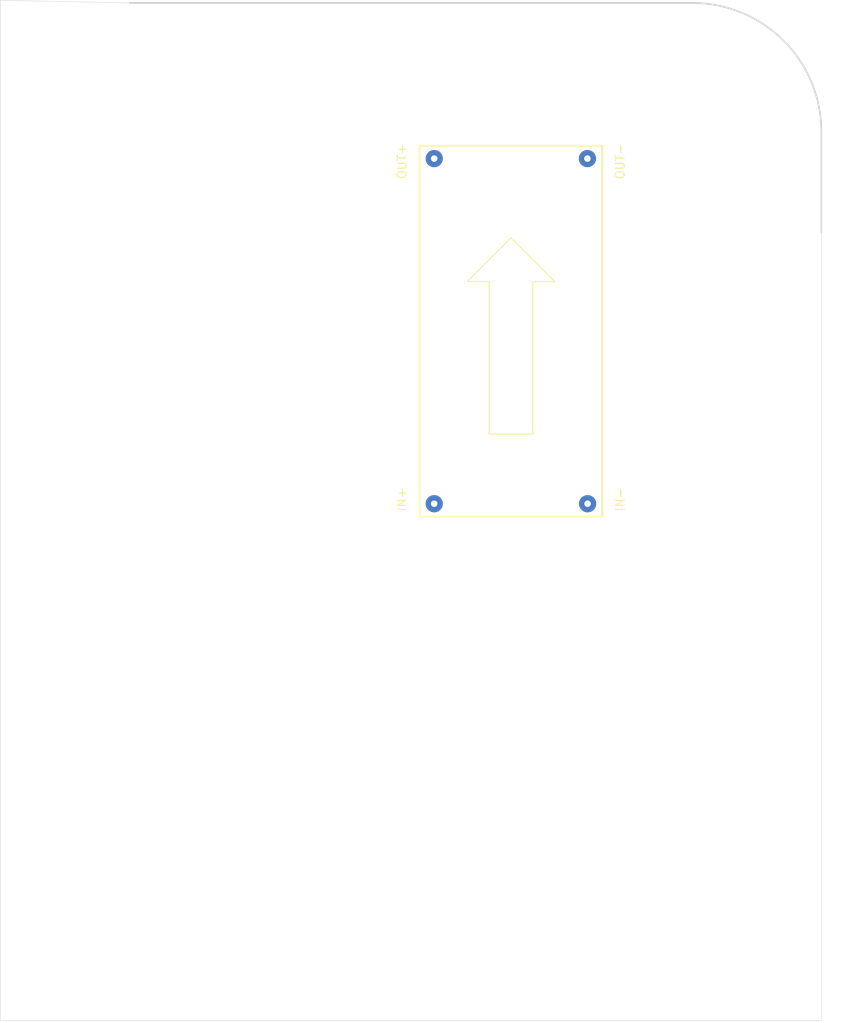
<source format=kicad_pcb>
(kicad_pcb (version 20171130) (host pcbnew "(5.1.10)-1")

  (general
    (thickness 1.6)
    (drawings 18)
    (tracks 0)
    (zones 0)
    (modules 1)
    (nets 1)
  )

  (page A4)
  (layers
    (0 F.Cu signal)
    (31 B.Cu signal)
    (32 B.Adhes user)
    (33 F.Adhes user)
    (34 B.Paste user)
    (35 F.Paste user)
    (36 B.SilkS user)
    (37 F.SilkS user)
    (38 B.Mask user)
    (39 F.Mask user)
    (40 Dwgs.User user)
    (41 Cmts.User user)
    (42 Eco1.User user)
    (43 Eco2.User user)
    (44 Edge.Cuts user)
    (45 Margin user)
    (46 B.CrtYd user)
    (47 F.CrtYd user)
    (48 B.Fab user)
    (49 F.Fab user)
  )

  (setup
    (last_trace_width 0.25)
    (trace_clearance 0.2)
    (zone_clearance 0.508)
    (zone_45_only no)
    (trace_min 0.2)
    (via_size 0.8)
    (via_drill 0.4)
    (via_min_size 0.4)
    (via_min_drill 0.3)
    (uvia_size 0.3)
    (uvia_drill 0.1)
    (uvias_allowed no)
    (uvia_min_size 0.2)
    (uvia_min_drill 0.1)
    (edge_width 0.05)
    (segment_width 0.2)
    (pcb_text_width 0.3)
    (pcb_text_size 1.5 1.5)
    (mod_edge_width 0.12)
    (mod_text_size 1 1)
    (mod_text_width 0.15)
    (pad_size 1.524 1.524)
    (pad_drill 0.762)
    (pad_to_mask_clearance 0)
    (aux_axis_origin 0 0)
    (grid_origin 134.874 113.03)
    (visible_elements FFFFFD7F)
    (pcbplotparams
      (layerselection 0x010fc_ffffffff)
      (usegerberextensions false)
      (usegerberattributes true)
      (usegerberadvancedattributes true)
      (creategerberjobfile true)
      (excludeedgelayer true)
      (linewidth 0.100000)
      (plotframeref false)
      (viasonmask false)
      (mode 1)
      (useauxorigin false)
      (hpglpennumber 1)
      (hpglpenspeed 20)
      (hpglpendiameter 15.000000)
      (psnegative false)
      (psa4output false)
      (plotreference true)
      (plotvalue true)
      (plotinvisibletext false)
      (padsonsilk false)
      (subtractmaskfromsilk false)
      (outputformat 1)
      (mirror false)
      (drillshape 1)
      (scaleselection 1)
      (outputdirectory ""))
  )

  (net 0 "")

  (net_class Default "This is the default net class."
    (clearance 0.2)
    (trace_width 0.25)
    (via_dia 0.8)
    (via_drill 0.4)
    (uvia_dia 0.3)
    (uvia_drill 0.1)
  )

  (module albe:BuckConverter (layer F.Cu) (tedit 63B6E57B) (tstamp 63B75284)
    (at 129.032 79.756)
    (fp_text reference "" (at 0 -22.36) (layer F.SilkS)
      (effects (font (size 1 1) (thickness 0.15)))
    )
    (fp_text value BuckConverter (at 0 -23.36) (layer F.Fab)
      (effects (font (size 1 1) (thickness 0.15)))
    )
    (fp_text user IN- (at 12.7 20.32 90) (layer F.SilkS)
      (effects (font (size 1 1) (thickness 0.15)))
    )
    (fp_text user IN+ (at -12.7 20.32 90) (layer F.SilkS)
      (effects (font (size 1 1) (thickness 0.15)))
    )
    (fp_text user OUT+ (at -12.7 -19.05 90) (layer F.SilkS)
      (effects (font (size 1 1) (thickness 0.15)))
    )
    (fp_text user OUT- (at 12.7 -19.05 90) (layer F.SilkS)
      (effects (font (size 1 1) (thickness 0.15)))
    )
    (fp_line (start 10.610927 -20.898813) (end 10.610927 22.301187) (layer F.SilkS) (width 0.2))
    (fp_line (start -10.639073 -20.898813) (end 10.610927 -20.898813) (layer F.SilkS) (width 0.2))
    (fp_line (start 10.610927 22.301187) (end -10.639073 22.301187) (layer F.SilkS) (width 0.2))
    (fp_circle (center -8.939073 20.801187) (end -8.439073 20.801187) (layer F.Paste) (width 0.2))
    (fp_circle (center 8.910927 -19.398813) (end 9.410927 -19.398813) (layer F.Paste) (width 0.2))
    (fp_circle (center -8.939073 -19.398813) (end -8.439073 -19.398813) (layer F.Paste) (width 0.2))
    (fp_circle (center 8.910927 20.801187) (end 9.410927 20.801187) (layer F.Paste) (width 0.2))
    (fp_line (start -10.639073 22.301187) (end -10.639073 -20.898813) (layer F.SilkS) (width 0.2))
    (fp_circle (center 8.110927 -14.398813) (end 9.585927 -14.398813) (layer F.Paste) (width 0.2))
    (fp_circle (center -8.139073 15.801187) (end -6.664073 15.801187) (layer F.Paste) (width 0.2))
    (fp_line (start 2.54 12.7) (end -2.54 12.7) (layer F.SilkS) (width 0.12))
    (fp_line (start -2.54 12.7) (end -2.54 -5.08) (layer F.SilkS) (width 0.12))
    (fp_line (start -2.54 -5.08) (end -5.08 -5.08) (layer F.SilkS) (width 0.12))
    (fp_line (start -5.08 -5.08) (end 0 -10.16) (layer F.SilkS) (width 0.12))
    (fp_line (start 3.81 -5.08) (end 2.54 -5.08) (layer F.SilkS) (width 0.12))
    (fp_line (start 2.54 -5.08) (end 2.54 12.7) (layer F.SilkS) (width 0.12))
    (fp_line (start 0 -10.16) (end 5.08 -5.08) (layer F.SilkS) (width 0.12))
    (fp_line (start 5.08 -5.08) (end 3.81 -5.08) (layer F.SilkS) (width 0.12))
    (pad 4 thru_hole circle (at -8.939073 -19.398813) (size 2 2) (drill 0.762) (layers *.Cu *.Mask))
    (pad 3 thru_hole circle (at 8.89 -19.398813) (size 2 2) (drill 0.762) (layers *.Cu *.Mask))
    (pad 2 thru_hole circle (at -8.939073 20.801187) (size 2 2) (drill 0.762) (layers *.Cu *.Mask))
    (pad 1 thru_hole circle (at 8.910927 20.801187) (size 2 2) (drill 0.762) (layers *.Cu *.Mask))
  )

  (gr_line (start 69.596 41.91) (end 84.665419 42.231605) (layer Edge.Cuts) (width 0.05) (tstamp 63B75393))
  (gr_line (start 69.596 160.782) (end 69.596 41.91) (layer Edge.Cuts) (width 0.05))
  (gr_line (start 164.846 160.782) (end 69.596 160.782) (layer Edge.Cuts) (width 0.05))
  (gr_line (start 165.146 160.782) (end 164.846 160.782) (layer Edge.Cuts) (width 0.05))
  (gr_line (start 165.146 68.95) (end 165.146 160.782) (layer Edge.Cuts) (width 0.05))
  (gr_circle (center 107.696 94.5) (end 106.296 94.5) (layer Dwgs.User) (width 0.2))
  (gr_arc (start 150.146 145.95) (end 150.146 160.95) (angle -18.1761416) (layer Dwgs.User) (width 0.2))
  (gr_line (start 84.665419 160.95) (end 150.146 160.95) (layer Dwgs.User) (width 0.2))
  (gr_arc (start 84.665419 145.95) (end 69.665419 145.95) (angle -90) (layer Dwgs.User) (width 0.2))
  (gr_arc (start 84.665419 57.231605) (end 84.665419 42.231605) (angle -90) (layer Dwgs.User) (width 0.2))
  (gr_line (start 150.146 42.231605) (end 84.665419 42.231605) (layer Edge.Cuts) (width 0.2))
  (gr_line (start 168.146 68.95) (end 165.146 68.95) (layer Dwgs.User) (width 0.2))
  (gr_circle (center 156.596 94.5) (end 155.196 94.5) (layer Dwgs.User) (width 0.2))
  (gr_circle (center 156.596 152.4) (end 155.196 152.4) (layer Dwgs.User) (width 0.2))
  (gr_arc (start 150.146 57.231605) (end 165.146 57.231605) (angle -90) (layer Edge.Cuts) (width 0.2))
  (gr_line (start 165.146 68.95) (end 165.146 57.231605) (layer Edge.Cuts) (width 0.2))
  (gr_line (start 69.665419 57.231605) (end 69.665419 145.95) (layer Dwgs.User) (width 0.2))
  (gr_circle (center 107.696 152.4) (end 106.296 152.4) (layer Dwgs.User) (width 0.2))

)

</source>
